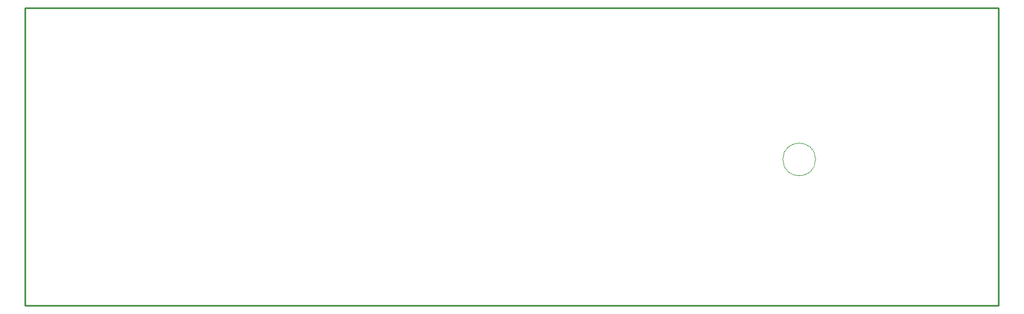
<source format=gm1>
G04*
G04 #@! TF.GenerationSoftware,Altium Limited,Altium Designer,18.1.9 (240)*
G04*
G04 Layer_Color=16711935*
%FSLAX25Y25*%
%MOIN*%
G70*
G01*
G75*
%ADD12C,0.01000*%
%ADD71C,0.00200*%
D12*
X500Y1264D02*
X571500D01*
X571500Y176264D02*
X571500Y1264D01*
X500Y176264D02*
X571500D01*
X500D02*
X500Y1264D01*
D71*
X464100Y87264D02*
G03*
X464100Y87264I-9600J0D01*
G01*
M02*

</source>
